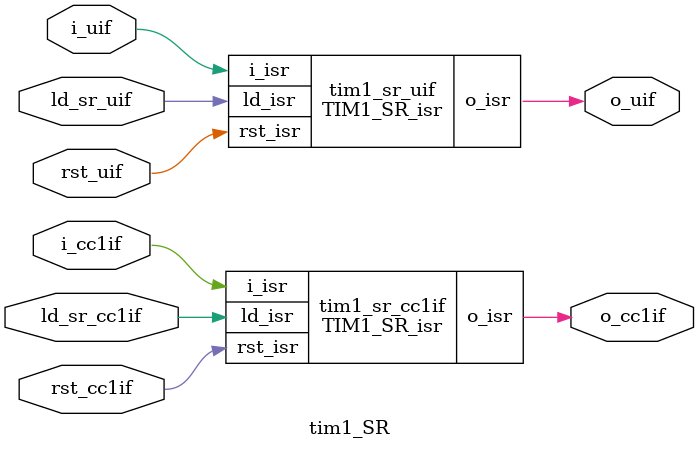
<source format=v>


module TIM1_SR_isr(
    input wire ld_isr,
    input wire rst_isr,
    input wire i_isr,
    output wire o_isr
);

reg TIMx_isr;

assign o_isr = TIMx_isr;

always @(posedge ld_isr or posedge rst_isr) begin
    if (rst_isr) begin
        TIMx_isr <= 0;
    end
    else begin
        TIMx_isr <= i_isr;
    end
end
endmodule



// =================================================================
// =================================================================
// =================================================================

module tim1_SR(

    input wire ld_sr_uif,
    input wire ld_sr_cc1if,
    input wire rst_uif,
    input wire rst_cc1if,
    
    input wire i_uif,
    input wire i_cc1if,

    output wire o_uif,
    output wire o_cc1if
    );
 
    TIM1_SR_isr tim1_sr_uif(
        .ld_isr(ld_sr_uif),
        .rst_isr(rst_uif),
        .i_isr(i_uif),
        .o_isr(o_uif)
    );

    TIM1_SR_isr tim1_sr_cc1if(
        .ld_isr(ld_sr_cc1if),
        .rst_isr(rst_cc1if),
        .i_isr(i_cc1if),
        .o_isr(o_cc1if)
    );
endmodule

</source>
